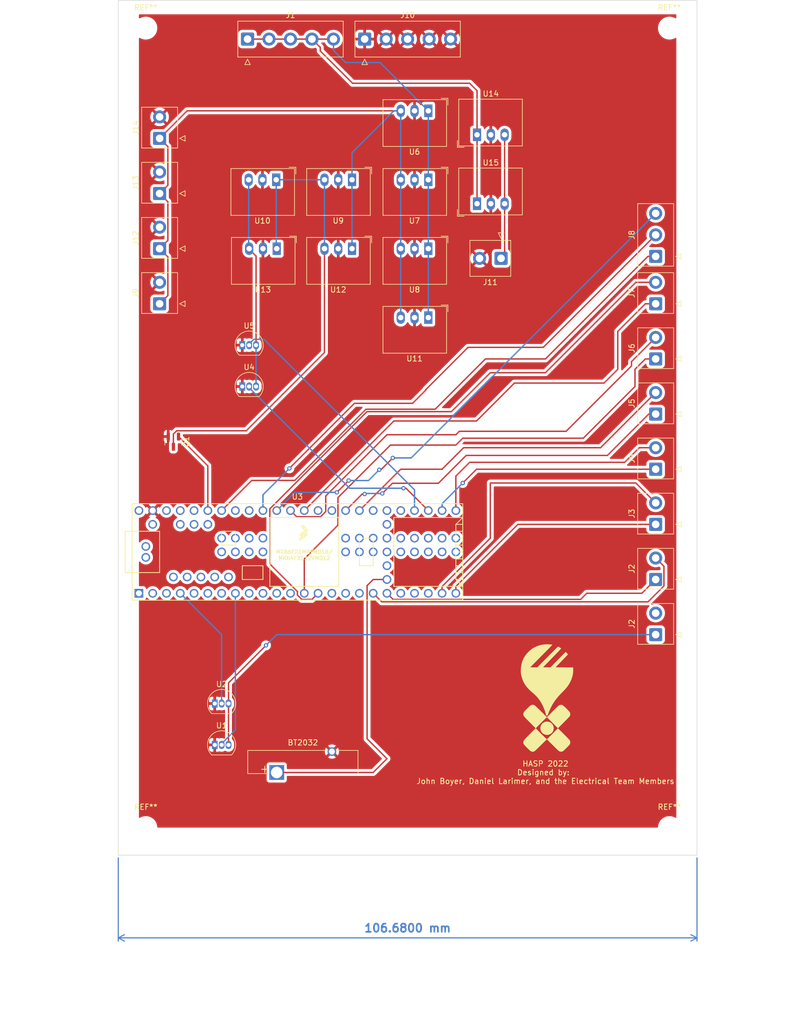
<source format=kicad_pcb>
(kicad_pcb (version 20211014) (generator pcbnew)
  (layers (0 "F.Cu" signal) (31 "B.Cu" signal) (34 "B.Paste" user) (35 "F.Paste" user) (36 "B.SilkS" user "B.Silkscreen") (37 "F.SilkS" user "F.Silkscreen") (38 "B.Mask" user) (39 "F.Mask" user) (44 "Edge.Cuts" user))
  (net 0 "")
  (net 1 "Net-(Q1-Pad1)")
  (net 2 "+5V")
  (net 3 "GND")
  (net 4 "Net-(U1-Pad2)")
  (net 5 "+3V3")
  (net 6 "Net-(U2-Pad2)")
  (net 7 "Net-(U3-Pad33)")
  (net 8 "Net-(J6-Pad1)")
  (net 9 "+12V")
  (net 25 "Net-(BT2032-Pad1)")
  (net 49 "Net-(J2-Pad1)")
  (net 50 "Net-(J2-Pad2)")
  (net 51 "Net-(J3-Pad1)")
  (net 52 "Net-(J3-Pad2)")
  (net 53 "Net-(J4-Pad1)")
  (net 54 "Net-(J4-Pad2)")
  (net 55 "Net-(J5-Pad1)")
  (net 56 "Net-(J5-Pad2)")
  (net 57 "Net-(J6-Pad2)")
  (net 58 "Net-(J7-Pad1)")
  (net 59 "Net-(J7-Pad2)")
  (net 60 "Net-(J8-Pad1)")
  (net 61 "Net-(J8-Pad2)")
  (net 62 "Net-(J8-Pad3)")
  (net 63 "+VDC")
  (net 64 "Net-(U3-Pad32)")
  (net 65 "Net-(J11-Pad1)")
  (footprint "Connector_TE-Connectivity:TE_826576-2_1x02_P3.96mm_Vertical" (layer "F.Cu") (at 103.58 65.2875 180)
    (fp_text reference "J11" (at 1.98 -4.4) (layer "F.SilkS"))
    (fp_text value "Cam 4 Con")
    (pad "1" thru_hole roundrect (at 0 0 180) (size 2.4 2.4) (drill 1.4) (layers *.Cu *.Mask) (roundrect_rratio 0.1041670833) (net 65 "Net-(J11-Pad1)"))
    (pad "2" thru_hole circle (at 3.96 0 180) (size 2.4 2.4) (drill 1.4) (layers *.Cu *.Mask) (net 3 "GND"))
  )
  (footprint "Teensy:Teensy35_36_All_Pins" (layer "F.Cu") (at 66.04 119.38)
    (fp_text reference "U3" (at 0 -10.16) (layer "F.SilkS"))
    (fp_text value "Teensy3.6")
    (fp_text user "MK64FX512VMD12" (at 1.27 1.143) (layer "F.SilkS") (effects (font (size 0.7 0.7))))
    (fp_text user "MK66FX1MBVMD18/" (at 1.27 0) (layer "F.SilkS") (effects (font (size 0.7 0.7))))
    (pad "1" thru_hole rect (at -29.21 7.62) (size 1.6 1.6) (drill 1.1) (layers *.Cu *.Mask) (net 3 "GND"))
    (pad "2" thru_hole circle (at -26.67 7.62) (size 1.6 1.6) (drill 1.1) (layers *.Cu *.Mask))
    (pad "3" thru_hole circle (at -24.13 7.62) (size 1.6 1.6) (drill 1.1) (layers *.Cu *.Mask))
    (pad "4" thru_hole circle (at -21.59 7.62) (size 1.6 1.6) (drill 1.1) (layers *.Cu *.Mask) (net 6 "Net-(U2-Pad2)"))
    (pad "5" thru_hole circle (at -19.05 7.62) (size 1.6 1.6) (drill 1.1) (layers *.Cu *.Mask))
    (pad "6" thru_hole circle (at -16.51 7.62) (size 1.6 1.6) (drill 1.1) (layers *.Cu *.Mask))
    (pad "7" thru_hole circle (at -13.97 7.62) (size 1.6 1.6) (drill 1.1) (layers *.Cu *.Mask))
    (pad "8" thru_hole circle (at -11.43 7.62) (size 1.6 1.6) (drill 1.1) (layers *.Cu *.Mask) (net 4 "Net-(U1-Pad2)"))
    (pad "9" thru_hole circle (at -8.89 7.62) (size 1.6 1.6) (drill 1.1) (layers *.Cu *.Mask))
    (pad "10" thru_hole circle (at -6.35 7.62) (size 1.6 1.6) (drill 1.1) (layers *.Cu *.Mask))
    (pad "11" thru_hole circle (at -3.81 7.62) (size 1.6 1.6) (drill 1.1) (layers *.Cu *.Mask))
    (pad "12" thru_hole circle (at -1.27 7.62) (size 1.6 1.6) (drill 1.1) (layers *.Cu *.Mask))
    (pad "13" thru_hole circle (at 1.27 7.62) (size 1.6 1.6) (drill 1.1) (layers *.Cu *.Mask) (net 8 "Net-(J6-Pad1)"))
    (pad "14" thru_hole circle (at 3.81 7.62) (size 1.6 1.6) (drill 1.1) (layers *.Cu *.Mask) (net 59 "Net-(J7-Pad2)"))
    (pad "15" thru_hole circle (at 6.35 7.62) (size 1.6 1.6) (drill 1.1) (layers *.Cu *.Mask))
    (pad "16" thru_hole circle (at 8.89 7.62) (size 1.6 1.6) (drill 1.1) (layers *.Cu *.Mask))
    (pad "17" thru_hole circle (at 11.43 7.62) (size 1.6 1.6) (drill 1.1) (layers *.Cu *.Mask))
    (pad "18" thru_hole circle (at 13.97 7.62) (size 1.6 1.6) (drill 1.1) (layers *.Cu *.Mask) (net 50 "Net-(J2-Pad2)"))
    (pad "19" thru_hole circle (at 16.51 7.62) (size 1.6 1.6) (drill 1.1) (layers *.Cu *.Mask) (net 49 "Net-(J2-Pad1)"))
    (pad "20" thru_hole circle (at 19.05 7.62) (size 1.6 1.6) (drill 1.1) (layers *.Cu *.Mask))
    (pad "21" thru_hole circle (at 21.59 7.62) (size 1.6 1.6) (drill 1.1) (layers *.Cu *.Mask))
    (pad "22" thru_hole circle (at 24.13 7.62) (size 1.6 1.6) (drill 1.1) (layers *.Cu *.Mask))
    (pad "23" thru_hole circle (at 26.67 7.62) (size 1.6 1.6) (drill 1.1) (layers *.Cu *.Mask) (net 52 "Net-(J3-Pad2)"))
    (pad "24" thru_hole circle (at 29.21 7.62) (size 1.6 1.6) (drill 1.1) (layers *.Cu *.Mask) (net 51 "Net-(J3-Pad1)"))
    (pad "25" thru_hole circle (at 16.51 5.08) (size 1.6 1.6) (drill 1.1) (layers *.Cu *.Mask) (net 25 "Net-(BT2032-Pad1)"))
    (pad "26" thru_hole circle (at 16.51 2.54) (size 1.6 1.6) (drill 1.1) (layers *.Cu *.Mask))
    (pad "27" thru_hole circle (at 16.51 0) (size 1.6 1.6) (drill 1.1) (layers *.Cu *.Mask))
    (pad "28" thru_hole circle (at 16.51 -2.54) (size 1.6 1.6) (drill 1.1) (layers *.Cu *.Mask))
    (pad "29" thru_hole circle (at 16.51 -5.08) (size 1.6 1.6) (drill 1.1) (layers *.Cu *.Mask))
    (pad "30" thru_hole circle (at 29.21 -7.62) (size 1.6 1.6) (drill 1.1) (layers *.Cu *.Mask) (net 54 "Net-(J4-Pad2)"))
    (pad "31" thru_hole circle (at 26.67 -7.62) (size 1.6 1.6) (drill 1.1) (layers *.Cu *.Mask) (net 53 "Net-(J4-Pad1)"))
    (pad "32" thru_hole circle (at 24.13 -7.62) (size 1.6 1.6) (drill 1.1) (layers *.Cu *.Mask) (net 64 "Net-(U3-Pad32)"))
    (pad "33" thru_hole circle (at 21.59 -7.62) (size 1.6 1.6) (drill 1.1) (layers *.Cu *.Mask) (net 7 "Net-(U3-Pad33)"))
    (pad "34" thru_hole circle (at 19.05 -7.62) (size 1.6 1.6) (drill 1.1) (layers *.Cu *.Mask))
    (pad "35" thru_hole circle (at 16.51 -7.62) (size 1.6 1.6) (drill 1.1) (layers *.Cu *.Mask))
    (pad "36" thru_hole circle (at 13.97 -7.62) (size 1.6 1.6) (drill 1.1) (layers *.Cu *.Mask))
    (pad "37" thru_hole circle (at 11.43 -7.62) (size 1.6 1.6) (drill 1.1) (layers *.Cu *.Mask) (net 56 "Net-(J5-Pad2)"))
    (pad "38" thru_hole circle (at 8.89 -7.62) (size 1.6 1.6) (drill 1.1) (layers *.Cu *.Mask) (net 55 "Net-(J5-Pad1)"))
    (pad "39" thru_hole circle (at 6.35 -7.62) (size 1.6 1.6) (drill 1.1) (layers *.Cu *.Mask))
    (pad "40" thru_hole circle (at 3.81 -7.62) (size 1.6 1.6) (drill 1.1) (layers *.Cu *.Mask))
    (pad "41" thru_hole circle (at 1.27 -7.62) (size 1.6 1.6) (drill 1.1) (layers *.Cu *.Mask) (net 58 "Net-(J7-Pad1)"))
    (pad "42" thru_hole circle (at -1.27 -7.62) (size 1.6 1.6) (drill 1.1) (layers *.Cu *.Mask) (net 57 "Net-(J6-Pad2)"))
    (pad "43" thru_hole circle (at -3.81 -7.62) (size 1.6 1.6) (drill 1.1) (layers *.Cu *.Mask) (net 62 "Net-(J8-Pad3)"))
    (pad "44" thru_hole circle (at -6.35 -7.62) (size 1.6 1.6) (drill 1.1) (layers *.Cu *.Mask) (net 61 "Net-(J8-Pad2)"))
    (pad "45" thru_hole circle (at -8.89 -7.62) (size 1.6 1.6) (drill 1.1) (layers *.Cu *.Mask))
    (pad "46" thru_hole circle (at -11.43 -7.62) (size 1.6 1.6) (drill 1.1) (layers *.Cu *.Mask))
    (pad "47" thru_hole circle (at -13.97 -7.62) (size 1.6 1.6) (drill 1.1) (layers *.Cu *.Mask) (net 60 "Net-(J8-Pad1)"))
    (pad "48" thru_hole circle (at -16.51 -7.62) (size 1.6 1.6) (drill 1.1) (layers *.Cu *.Mask) (net 1 "Net-(Q1-Pad1)"))
    (pad "49" thru_hole circle (at -19.05 -7.62) (size 1.6 1.6) (drill 1.1) (layers *.Cu *.Mask))
    (pad "50" thru_hole circle (at -21.59 -7.62) (size 1.6 1.6) (drill 1.1) (layers *.Cu *.Mask))
    (pad "51" thru_hole circle (at -24.13 -7.62) (size 1.6 1.6) (drill 1.1) (layers *.Cu *.Mask))
    (pad "52" thru_hole circle (at -26.67 -7.62) (size 1.6 1.6) (drill 1.1) (layers *.Cu *.Mask) (net 3 "GND"))
    (pad "53" thru_hole circle (at -29.21 -7.62) (size 1.6 1.6) (drill 1.1) (layers *.Cu *.Mask) (net 2 "+5V"))
    (pad "54" thru_hole circle (at -26.67 -5.08) (size 1.6 1.6) (drill 1.1) (layers *.Cu *.Mask))
    (pad "55" thru_hole circle (at -21.59 -5.08) (size 1.6 1.6) (drill 1.1) (layers *.Cu *.Mask))
    (pad "56" thru_hole circle (at -19.05 -5.08) (size 1.6 1.6) (drill 1.1) (layers *.Cu *.Mask))
    (pad "57" thru_hole circle (at -16.51 -5.08) (size 1.6 1.6) (drill 1.1) (layers *.Cu *.Mask))
    (pad "58" thru_hole circle (at -22.86 4.62) (size 1.6 1.6) (drill 1.1) (layers *.Cu *.Mask))
    (pad "59" thru_hole circle (at -20.32 4.62) (size 1.6 1.6) (drill 1.1) (layers *.Cu *.Mask))
    (pad "60" thru_hole circle (at -17.78 4.62) (size 1.6 1.6) (drill 1.1) (layers *.Cu *.Mask))
    (pad "61" thru_hole circle (at -15.24 4.62) (size 1.6 1.6) (drill 1.1) (layers *.Cu *.Mask))
    (pad "62" thru_hole circle (at -12.7 4.62) (size 1.6 1.6) (drill 1.1) (layers *.Cu *.Mask))
    (pad "63" thru_hole circle (at -13.97 0) (size 1.6 1.6) (drill 1.1) (layers *.Cu *.Mask))
    (pad "64" thru_hole circle (at -11.43 0) (size 1.6 1.6) (drill 1.1) (layers *.Cu *.Mask))
    (pad "65" thru_hole circle (at -8.89 0) (size 1.6 1.6) (drill 1.1) (layers *.Cu *.Mask))
    (pad "66" thru_hole circle (at -6.35 0) (size 1.6 1.6) (drill 1.1) (layers *.Cu *.Mask))
    (pad "67" thru_hole circle (at 8.89 0) (size 1.6 1.6) (drill 1.1) (layers *.Cu *.Mask))
    (pad "68" thru_hole circle (at 11.43 0) (size 1.6 1.6) (drill 1.1) (layers *.Cu *.Mask))
    (pad "69" thru_hole circle (at 13.97 0) (size 1.6 1.6) (drill 1.1) (layers *.Cu *.Mask))
    (pad "70" thru_hole circle (at 19.05 0) (size 1.6 1.6) (drill 1.1) (layers *.Cu *.Mask))
    (pad "71" thru_hole circle (at 21.59 0) (size 1.6 1.6) (drill 1.1) (layers *.Cu *.Mask))
    (pad "72" thru_hole circle (at 24.13 0) (size 1.6 1.6) (drill 1.1) (layers *.Cu *.Mask))
    (pad "73" thru_hole circle (at 26.67 0) (size 1.6 1.6) (drill 1.1) (layers *.Cu *.Mask))
    (pad "74" thru_hole circle (at 29.21 0) (size 1.6 1.6) (drill 1.1) (layers *.Cu *.Mask))
    (pad "75" thru_hole circle (at 29.21 -2.54) (size 1.6 1.6) (drill 1.1) (layers *.Cu *.Mask))
    (pad "76" thru_hole circle (at 26.67 -2.54) (size 1.6 1.6) (drill 1.1) (layers *.Cu *.Mask))
    (pad "77" thru_hole circle (at 24.13 -2.54) (size 1.6 1.6) (drill 1.1) (layers *.Cu *.Mask))
    (pad "78" thru_hole circle (at 21.59 -2.54) (size 1.6 1.6) (drill 1.1) (layers *.Cu *.Mask))
    (pad "79" thru_hole circle (at 19.05 -2.54) (size 1.6 1.6) (drill 1.1) (layers *.Cu *.Mask))
    (pad "80" thru_hole circle (at 13.97 -2.54) (size 1.6 1.6) (drill 1.1) (layers *.Cu *.Mask))
    (pad "81" thru_hole circle (at 11.43 -2.54) (size 1.6 1.6) (drill 1.1) (layers *.Cu *.Mask))
    (pad "82" thru_hole circle (at 8.89 -2.54) (size 1.6 1.6) (drill 1.1) (layers *.Cu *.Mask))
    (pad "83" thru_hole circle (at -6.35 -2.54) (size 1.6 1.6) (drill 1.1) (layers *.Cu *.Mask))
    (pad "84" thru_hole circle (at -8.89 -2.54) (size 1.6 1.6) (drill 1.1) (layers *.Cu *.Mask))
    (pad "85" thru_hole circle (at -11.43 -2.54) (size 1.6 1.6) (drill 1.1) (layers *.Cu *.Mask))
    (pad "86" thru_hole circle (at -13.97 -2.54) (size 1.6 1.6) (drill 1.1) (layers *.Cu *.Mask))
    (pad "87" thru_hole circle (at -27.94 -1.01) (size 1.6 1.6) (drill 1.1) (layers *.Cu *.Mask))
    (pad "88" thru_hole circle (at -27.94 1.01) (size 1.6 1.6) (drill 1.1) (layers *.Cu *.Mask))
  )
  (footprint "Connector_TE-Connectivity:TE_826576-2_1x02_P3.96mm_Vertical" (layer "F.Cu") (at 40.64 73.66 90)
    (fp_text reference "J9" (at 1.98 -4.4 90) (layer "F.SilkS"))
    (fp_text value "cam 1 Con")
    (pad "1" thru_hole roundrect (at 0 0 90) (size 2.4 2.4) (drill 1.4) (layers *.Cu *.Mask) (roundrect_rratio 0.1041670833) (net 9 "+12V"))
    (pad "2" thru_hole circle (at 3.96 0 90) (size 2.4 2.4) (drill 1.4) (layers *.Cu *.Mask) (net 3 "GND"))
  )
  (footprint "Connector_TE-Connectivity:TE_826576-2_1x02_P3.96mm_Vertical" (layer "F.Cu") (at 40.64 43.18 90)
    (fp_text reference "J14" (at 1.98 -4.4 90) (layer "F.SilkS"))
    (fp_text value "Cam 4 Con")
    (pad "1" thru_hole roundrect (at 0 0 90) (size 2.4 2.4) (drill 1.4) (layers *.Cu *.Mask) (roundrect_rratio 0.1041670833) (net 9 "+12V"))
    (pad "2" thru_hole circle (at 3.96 0 90) (size 2.4 2.4) (drill 1.4) (layers *.Cu *.Mask) (net 3 "GND"))
  )
  (footprint "Connector_TE-Connectivity:TE_826576-2_1x02_P3.96mm_Vertical" (layer "F.Cu") (at 40.64 63.5 90)
    (fp_text reference "J12" (at 1.98 -4.4 90) (layer "F.SilkS"))
    (fp_text value "Cam 2 Con")
    (pad "1" thru_hole roundrect (at 0 0 90) (size 2.4 2.4) (drill 1.4) (layers *.Cu *.Mask) (roundrect_rratio 0.1041670833) (net 9 "+12V"))
    (pad "2" thru_hole circle (at 3.96 0 90) (size 2.4 2.4) (drill 1.4) (layers *.Cu *.Mask) (net 3 "GND"))
  )
  (footprint "Package_TO_SOT_THT:TO-92_Inline" (layer "F.Cu") (at 50.8 147.32)
    (fp_text reference "U2" (at 1.27 -3.56) (layer "F.SilkS"))
    (fp_text value "DS18B20")
    (pad "1" thru_hole rect (at 0 0) (size 1.05 1.5) (drill 0.75) (layers *.Cu *.Mask) (net 3 "GND"))
    (pad "2" thru_hole oval (at 1.27 0) (size 1.05 1.5) (drill 0.75) (layers *.Cu *.Mask) (net 6 "Net-(U2-Pad2)"))
    (pad "3" thru_hole oval (at 2.54 0) (size 1.05 1.5) (drill 0.75) (layers *.Cu *.Mask) (net 5 "+3V3"))
  )
  (footprint "MountingHole:MountingHole_3.2mm_M3_DIN965" (layer "F.Cu") (at 134.62 22.86)
    (fp_text reference "REF**" (at 0 -3.8) (layer "F.SilkS"))
    (fp_text value "MountingHole_3.2mm_M3_DIN965")
    (pad "" np_thru_hole circle (at 0 0) (size 3.2 3.2) (drill 3.2) (layers *.Cu *.Mask))
  )
  (footprint "Connector_TE-Connectivity:TE_826576-2_1x02_P3.96mm_Vertical" (layer "F.Cu") (at 132.08 134.62 90)
    (fp_text reference "J2" (at 1.98 -4.4 90) (layer "F.SilkS"))
    (fp_text value "Conn_01x02")
    (pad "1" thru_hole roundrect (at 0 0 90) (size 2.4 2.4) (drill 1.4) (layers *.Cu *.Mask) (roundrect_rratio 0.1041670833) (net 5 "+3V3"))
    (pad "2" thru_hole circle (at 3.96 0 90) (size 2.4 2.4) (drill 1.4) (layers *.Cu *.Mask) (net 2 "+5V"))
  )
  (footprint "Connector_TE-Connectivity:TE_826576-2_1x02_P3.96mm_Vertical" (layer "F.Cu") (at 132.08 114.3 90)
    (fp_text reference "J3" (at 1.98 -4.4 90) (layer "F.SilkS"))
    (fp_text value "Conn_01x02")
    (pad "1" thru_hole roundrect (at 0 0 90) (size 2.4 2.4) (drill 1.4) (layers *.Cu *.Mask) (roundrect_rratio 0.1041670833) (net 51 "Net-(J3-Pad1)"))
    (pad "2" thru_hole circle (at 3.96 0 90) (size 2.4 2.4) (drill 1.4) (layers *.Cu *.Mask) (net 52 "Net-(J3-Pad2)"))
  )
  (footprint "MountingHole:MountingHole_3.2mm_M3_DIN965" (layer "F.Cu") (at 38.1 170.18)
    (fp_text reference "REF**" (at 0 -3.8) (layer "F.SilkS"))
    (fp_text value "MountingHole_3.2mm_M3_DIN965")
    (pad "" np_thru_hole circle (at 0 0) (size 3.2 3.2) (drill 3.2) (layers *.Cu *.Mask))
  )
  (footprint "Connector_TE-Connectivity:TE_826576-2_1x02_P3.96mm_Vertical" (layer "F.Cu") (at 40.64 53.34 90)
    (fp_text reference "J13" (at 1.98 -4.4 90) (layer "F.SilkS"))
    (fp_text value "Cam 3 Con")
    (pad "1" thru_hole roundrect (at 0 0 90) (size 2.4 2.4) (drill 1.4) (layers *.Cu *.Mask) (roundrect_rratio 0.1041670833) (net 9 "+12V"))
    (pad "2" thru_hole circle (at 3.96 0 90) (size 2.4 2.4) (drill 1.4) (layers *.Cu *.Mask) (net 3 "GND"))
  )
  (footprint "Connector_TE-Connectivity:TE_826576-2_1x02_P3.96mm_Vertical" (layer "F.Cu") (at 132.08 93.98 90)
    (fp_text reference "J5" (at 1.98 -4.4 90) (layer "F.SilkS"))
    (fp_text value "Conn_01x02")
    (pad "1" thru_hole roundrect (at 0 0 90) (size 2.4 2.4) (drill 1.4) (layers *.Cu *.Mask) (roundrect_rratio 0.1041670833) (net 55 "Net-(J5-Pad1)"))
    (pad "2" thru_hole circle (at 3.96 0 90) (size 2.4 2.4) (drill 1.4) (layers *.Cu *.Mask) (net 56 "Net-(J5-Pad2)"))
  )
  (footprint "Connector_TE-Connectivity:TE_826576-5_1x05_P3.96mm_Vertical" (layer "F.Cu") (at 78.44 24.8825)
    (fp_text reference "J10" (at 7.92 -4.4) (layer "F.SilkS"))
    (fp_text value "Conn_01x05")
    (pad "1" thru_hole roundrect (at 0 0) (size 2.4 2.4) (drill 1.4) (layers *.Cu *.Mask) (roundrect_rratio 0.1041670833) (net 3 "GND"))
    (pad "2" thru_hole circle (at 3.96 0) (size 2.4 2.4) (drill 1.4) (layers *.Cu *.Mask) (net 3 "GND"))
    (pad "3" thru_hole circle (at 7.92 0) (size 2.4 2.4) (drill 1.4) (layers *.Cu *.Mask) (net 3 "GND"))
    (pad "4" thru_hole circle (at 11.88 0) (size 2.4 2.4) (drill 1.4) (layers *.Cu *.Mask) (net 3 "GND"))
    (pad "5" thru_hole circle (at 15.84 0) (size 2.4 2.4) (drill 1.4) (layers *.Cu *.Mask) (net 3 "GND"))
  )
  (footprint "Converter_DCDC:Converter_DCDC_RECOM_R-78E-0.5_THT" (layer "F.Cu") (at 99.153 42.515)
    (fp_text reference "U14" (at 2.54 -7.56) (layer "F.SilkS"))
    (fp_text value "R-78C5.0-1.0")
    (pad "1" thru_hole rect (at 0 0) (size 1.5 2.3) (drill 1) (layers *.Cu *.Mask) (net 63 "+VDC"))
    (pad "2" thru_hole oval (at 2.54 0) (size 1.5 2.3) (drill 1) (layers *.Cu *.Mask) (net 3 "GND"))
    (pad "3" thru_hole oval (at 5.08 0) (size 1.5 2.3) (drill 1) (layers *.Cu *.Mask) (net 65 "Net-(J11-Pad1)"))
  )
  (footprint "HASP 2022 KICAD" (layer "F.Cu") (at 111.76 146.05)
    (fp_text reference " " (at 0 0) (layer "F.SilkS") (effects (font (size 1.524 1.524) (thickness 0.3))))
    (fp_text value "LOGO" hide)
  )
  (footprint "Converter_DCDC:Converter_DCDC_RECOM_R-78E-0.5_THT" (layer "F.Cu") (at 90.17 38.1 180)
    (fp_text reference "U6" (at 2.54 -7.56) (layer "F.SilkS"))
    (fp_text value "R-78E12-0.5")
    (pad "1" thru_hole rect (at 0 0 180) (size 1.5 2.3) (drill 1) (layers *.Cu *.Mask) (net 63 "+VDC"))
    (pad "2" thru_hole oval (at 2.54 0 180) (size 1.5 2.3) (drill 1) (layers *.Cu *.Mask) (net 3 "GND"))
    (pad "3" thru_hole oval (at 5.08 0 180) (size 1.5 2.3) (drill 1) (layers *.Cu *.Mask) (net 9 "+12V"))
  )
  (footprint "Converter_DCDC:Converter_DCDC_RECOM_R-78E-0.5_THT" (layer "F.Cu") (at 62.23 63.5 180)
    (fp_text reference "U13" (at 2.54 -7.56) (layer "F.SilkS"))
    (fp_text value "R-78E3.3-1.0")
    (pad "1" thru_hole rect (at 0 0 180) (size 1.5 2.3) (drill 1) (layers *.Cu *.Mask) (net 2 "+5V"))
    (pad "2" thru_hole oval (at 2.54 0 180) (size 1.5 2.3) (drill 1) (layers *.Cu *.Mask) (net 3 "GND"))
    (pad "3" thru_hole oval (at 5.08 0 180) (size 1.5 2.3) (drill 1) (layers *.Cu *.Mask) (net 5 "+3V3"))
  )
  (footprint "Connector_TE-Connectivity:TE_826576-3_1x03_P3.96mm_Vertical" (layer "F.Cu") (at 132.08 64.92 90)
    (fp_text reference "J8" (at 3.96 -4.4 90) (layer "F.SilkS"))
    (fp_text value "Conn_01x03")
    (pad "1" thru_hole roundrect (at 0 0 90) (size 2.4 2.4) (drill 1.4) (layers *.Cu *.Mask) (roundrect_rratio 0.1041670833) (net 60 "Net-(J8-Pad1)"))
    (pad "2" thru_hole circle (at 3.96 0 90) (size 2.4 2.4) (drill 1.4) (layers *.Cu *.Mask) (net 61 "Net-(J8-Pad2)"))
    (pad "3" thru_hole circle (at 7.92 0 90) (size 2.4 2.4) (drill 1.4) (layers *.Cu *.Mask) (net 62 "Net-(J8-Pad3)"))
  )
  (footprint "Connector_TE-Connectivity:TE_826576-2_1x02_P3.96mm_Vertical" (layer "F.Cu") (at 132.08 104.14 90)
    (fp_text reference "J4" (at 1.98 -4.4 90) (layer "F.SilkS"))
    (fp_text value "Conn_01x02")
    (pad "1" thru_hole roundrect (at 0 0 90) (size 2.4 2.4) (drill 1.4) (layers *.Cu *.Mask) (roundrect_rratio 0.1041670833) (net 53 "Net-(J4-Pad1)"))
    (pad "2" thru_hole circle (at 3.96 0 90) (size 2.4 2.4) (drill 1.4) (layers *.Cu *.Mask) (net 54 "Net-(J4-Pad2)"))
  )
  (footprint "Connector_TE-Connectivity:TE_826576-5_1x05_P3.96mm_Vertical" (layer "F.Cu") (at 56.85 24.8825)
    (fp_text reference "J1" (at 7.92 -4.4) (layer "F.SilkS"))
    (fp_text value "Conn_01x05")
    (pad "1" thru_hole roundrect (at 0 0) (size 2.4 2.4) (drill 1.4) (layers *.Cu *.Mask) (roundrect_rratio 0.1041670833) (net 63 "+VDC"))
    (pad "2" thru_hole circle (at 3.96 0) (size 2.4 2.4) (drill 1.4) (layers *.Cu *.Mask) (net 63 "+VDC"))
    (pad "3" thru_hole circle (at 7.92 0) (size 2.4 2.4) (drill 1.4) (layers *.Cu *.Mask) (net 63 "+VDC"))
    (pad "4" thru_hole circle (at 11.88 0) (size 2.4 2.4) (drill 1.4) (layers *.Cu *.Mask) (net 63 "+VDC"))
    (pad "5" thru_hole circle (at 15.84 0) (size 2.4 2.4) (drill 1.4) (layers *.Cu *.Mask) (net 63 "+VDC"))
  )
  (footprint "MountingHole:MountingHole_3.2mm_M3_DIN965" (layer "F.Cu") (at 134.62 170.18)
    (fp_text reference "REF**" (at 0 -3.8) (layer "F.SilkS"))
    (fp_text value "MountingHole_3.2mm_M3_DIN965")
    (pad "" np_thru_hole circle (at 0 0) (size 3.2 3.2) (drill 3.2) (layers *.Cu *.Mask))
  )
  (footprint "Package_TO_SOT_SMD:SOT-23" (layer "F.Cu") (at 43.18 99.06 -90)
    (fp_text reference "Q1" (at 0 -2.4 90) (layer "F.SilkS"))
    (fp_text value "BC818")
    (pad "1" smd roundrect (at -0.9375 -0.95 270) (size 1.475 0.6) (layers "F.Cu" "F.Paste" "F.Mask") (net 1 "Net-(Q1-Pad1)"))
    (pad "2" smd roundrect (at -0.9375 0.95 270) (size 1.475 0.6) (layers "F.Cu" "F.Paste" "F.Mask") (net 3 "GND"))
    (pad "3" smd roundrect (at 0.9375 0 270) (size 1.475 0.6) (layers "F.Cu" "F.Paste" "F.Mask") (net 2 "+5V"))
  )
  (footprint "Package_TO_SOT_THT:TO-92_Inline" (layer "F.Cu") (at 55.88 88.9)
    (fp_text reference "U4" (at 1.27 -3.56) (layer "F.SilkS"))
    (fp_text value "DS18B20")
    (pad "1" thru_hole rect (at 0 0) (size 1.05 1.5) (drill 0.75) (layers *.Cu *.Mask) (net 3 "GND"))
    (pad "2" thru_hole oval (at 1.27 0) (size 1.05 1.5) (drill 0.75) (layers *.Cu *.Mask) (net 64 "Net-(U3-Pad32)"))
    (pad "3" thru_hole oval (at 2.54 0) (size 1.05 1.5) (drill 0.75) (layers *.Cu *.Mask) (net 5 "+3V3"))
  )
  (footprint "Converter_DCDC:Converter_DCDC_RECOM_R-78E-0.5_THT" (layer "F.Cu") (at 90.17 50.8 180)
    (fp_text reference "U7" (at 2.54 -7.56) (layer "F.SilkS"))
    (fp_text value "R-78E12-0.5")
    (pad "1" thru_hole rect (at 0 0 180) (size 1.5 2.3) (drill 1) (layers *.Cu *.Mask) (net 63 "+VDC"))
    (pad "2" thru_hole oval (at 2.54 0 180) (size 1.5 2.3) (drill 1) (layers *.Cu *.Mask) (net 3 "GND"))
    (pad "3" thru_hole oval (at 5.08 0 180) (size 1.5 2.3) (drill 1) (layers *.Cu *.Mask) (net 9 "+12V"))
  )
  (footprint "Converter_DCDC:Converter_DCDC_RECOM_R-78E-0.5_THT" (layer "F.Cu") (at 90.17 63.5 180)
    (fp_text reference "U8" (at 2.54 -7.56) (layer "F.SilkS"))
    (fp_text value "R-78E12-0.5")
    (pad "1" thru_hole rect (at 0 0 180) (size 1.5 2.3) (drill 1) (layers *.Cu *.Mask) (net 63 "+VDC"))
    (pad "2" thru_hole oval (at 2.54 0 180) (size 1.5 2.3) (drill 1) (layers *.Cu *.Mask) (net 3 "GND"))
    (pad "3" thru_hole oval (at 5.08 0 180) (size 1.5 2.3) (drill 1) (layers *.Cu *.Mask) (net 9 "+12V"))
  )
  (footprint "Connector_TE-Connectivity:TE_826576-2_1x02_P3.96mm_Vertical" (layer "F.Cu") (at 132.08 83.82 90)
    (fp_text reference "J6" (at 1.98 -4.4 90) (layer "F.SilkS"))
    (fp_text value "Conn_01x02")
    (pad "1" thru_hole roundrect (at 0 0 90) (size 2.4 2.4) (drill 1.4) (layers *.Cu *.Mask) (roundrect_rratio 0.1041670833) (net 8 "Net-(J6-Pad1)"))
    (pad "2" thru_hole circle (at 3.96 0 90) (size 2.4 2.4) (drill 1.4) (layers *.Cu *.Mask) (net 57 "Net-(J6-Pad2)"))
  )
  (footprint "Converter_DCDC:Converter_DCDC_RECOM_R-78E-0.5_THT" (layer "F.Cu") (at 99.153 55.215)
    (fp_text reference "U15" (at 2.54 -7.56) (layer "F.SilkS"))
    (fp_text value "R-78C5.0-1.0")
    (pad "1" thru_hole rect (at 0 0) (size 1.5 2.3) (drill 1) (layers *.Cu *.Mask) (net 63 "+VDC"))
    (pad "2" thru_hole oval (at 2.54 0) (size 1.5 2.3) (drill 1) (layers *.Cu *.Mask) (net 3 "GND"))
    (pad "3" thru_hole oval (at 5.08 0) (size 1.5 2.3) (drill 1) (layers *.Cu *.Mask) (net 65 "Net-(J11-Pad1)"))
  )
  (footprint "Connector_TE-Connectivity:TE_826576-2_1x02_P3.96mm_Vertical" (layer "F.Cu") (at 132.08 124.46 90)
    (fp_text reference "J2" (at 1.98 -4.4 90) (layer "F.SilkS"))
    (fp_text value "Conn_01x02")
    (pad "1" thru_hole roundrect (at 0 0 90) (size 2.4 2.4) (drill 1.4) (layers *.Cu *.Mask) (roundrect_rratio 0.1041670833) (net 49 "Net-(J2-Pad1)"))
    (pad "2" thru_hole circle (at 3.96 0 90) (size 2.4 2.4) (drill 1.4) (layers *.Cu *.Mask) (net 50 "Net-(J2-Pad2)"))
  )
  (footprint "Converter_DCDC:Converter_DCDC_RECOM_R-78E-0.5_THT" (layer "F.Cu") (at 90.17 76.2 180)
    (fp_text reference "U11" (at 2.54 -7.56) (layer "F.SilkS"))
    (fp_text value "R-78E12-0.5")
    (pad "1" thru_hole rect (at 0 0 180) (size 1.5 2.3) (drill 1) (layers *.Cu *.Mask) (net 63 "+VDC"))
    (pad "2" thru_hole oval (at 2.54 0 180) (size 1.5 2.3) (drill 1) (layers *.Cu *.Mask) (net 3 "GND"))
    (pad "3" thru_hole oval (at 5.08 0 180) (size 1.5 2.3) (drill 1) (layers *.Cu *.Mask) (net 9 "+12V"))
  )
  (footprint "Converter_DCDC:Converter_DCDC_RECOM_R-78E-0.5_THT" (layer "F.Cu") (at 76.107 63.5 180)
    (fp_text reference "U12" (at 2.54 -7.56) (layer "F.SilkS"))
    (fp_text value "R-78C5.0-1.0")
    (pad "1" thru_hole rect (at 0 0 180) (size 1.5 2.3) (drill 1) (layers *.Cu *.Mask) (net 9 "+12V"))
    (pad "2" thru_hole oval (at 2.54 0 180) (size 1.5 2.3) (drill 1) (layers *.Cu *.Mask) (net 3 "GND"))
    (pad "3" thru_hole oval (at 5.08 0 180) (size 1.5 2.3) (drill 1) (layers *.Cu *.Mask) (net 2 "+5V"))
  )
  (footprint "MountingHole:MountingHole_3.2mm_M3_DIN965" (layer "F.Cu") (at 38.1 22.86)
    (fp_text reference "REF**" (at 0 -3.8) (layer "F.SilkS"))
    (fp_text value "MountingHole_3.2mm_M3_DIN965")
    (pad "" np_thru_hole circle (at 0 0) (size 3.2 3.2) (drill 3.2) (layers *.Cu *.Mask))
  )
  (footprint "Package_TO_SOT_THT:TO-92_Inline" (layer "F.Cu") (at 55.88 81.28)
    (fp_text reference "U5" (at 1.27 -3.56) (layer "F.SilkS"))
    (fp_text value "DS18B20")
    (pad "1" thru_hole rect (at 0 0) (size 1.05 1.5) (drill 0.75) (layers *.Cu *.Mask) (net 3 "GND"))
    (pad "2" thru_hole oval (at 1.27 0) (size 1.05 1.5) (drill 0.75) (layers *.Cu *.Mask) (net 7 "Net-(U3-Pad33)"))
    (pad "3" thru_hole oval (at 2.54 0) (size 1.05 1.5) (drill 0.75) (layers *.Cu *.Mask) (net 5 "+3V3"))
  )
  (footprint "Battery:Battery_Panasonic_CR2032-VS1N_Vertical_CircularHoles" (layer "F.Cu") (at 62.23 160.02)
    (fp_text reference "BT2032" (at 4.825 -5.5) (layer "F.SilkS"))
    (fp_text value "Battery_Cell")
    (fp_text user "+" (at -2.2 -0.7) (layer "F.SilkS") (effects (font (size 1.5 1.5))))
    (pad "1" thru_hole rect (at 0 0 90) (size 2.7 2.7) (drill 2.12) (layers *.Cu *.Mask) (net 25 "Net-(BT2032-Pad1)"))
    (pad "2" thru_hole circle (at 10.17 -3.85) (size 1.6 1.6) (drill 1.09) (layers *.Cu *.Mask) (net 3 "GND"))
  )
  (footprint "Package_TO_SOT_THT:TO-92_Inline" (layer "F.Cu") (at 50.8 154.94)
    (fp_text reference "U1" (at 1.27 -3.56) (layer "F.SilkS"))
    (fp_text value "DS18B20")
    (pad "1" thru_hole rect (at 0 0) (size 1.05 1.5) (drill 0.75) (layers *.Cu *.Mask) (net 3 "GND"))
    (pad "2" thru_hole oval (at 1.27 0) (size 1.05 1.5) (drill 0.75) (layers *.Cu *.Mask) (net 4 "Net-(U1-Pad2)"))
    (pad "3" thru_hole oval (at 2.54 0) (size 1.05 1.5) (drill 0.75) (layers *.Cu *.Mask) (net 5 "+3V3"))
  )
  (footprint "Connector_TE-Connectivity:TE_826576-2_1x02_P3.96mm_Vertical" (layer "F.Cu") (at 132.08 73.66 90)
    (fp_text reference "J7" (at 1.98 -4.4 90) (layer "F.SilkS"))
    (fp_text value "Conn_01x02")
    (pad "1" thru_hole roundrect (at 0 0 90) (size 2.4 2.4) (drill 1.4) (layers *.Cu *.Mask) (roundrect_rratio 0.1041670833) (net 58 "Net-(J7-Pad1)"))
    (pad "2" thru_hole circle (at 3.96 0 90) (size 2.4 2.4) (drill 1.4) (layers *.Cu *.Mask) (net 59 "Net-(J7-Pad2)"))
  )
  (footprint "Converter_DCDC:Converter_DCDC_RECOM_R-78E-0.5_THT" (layer "F.Cu") (at 62.137 50.8 180)
    (fp_text reference "U10" (at 2.54 -7.56) (layer "F.SilkS"))
    (fp_text value "R-78E3.3-1.0")
    (pad "1" thru_hole rect (at 0 0 180) (size 1.5 2.3) (drill 1) (layers *.Cu *.Mask) (net 2 "+5V"))
    (pad "2" thru_hole oval (at 2.54 0 180) (size 1.5 2.3) (drill 1) (layers *.Cu *.Mask) (net 3 "GND"))
    (pad "3" thru_hole oval (at 5.08 0 180) (size 1.5 2.3) (drill 1) (layers *.Cu *.Mask) (net 5 "+3V3"))
  )
  (footprint "Converter_DCDC:Converter_DCDC_RECOM_R-78E-0.5_THT" (layer "F.Cu") (at 76.107 50.8 180)
    (fp_text reference "U9" (at 2.54 -7.56) (layer "F.SilkS"))
    (fp_text value "R-78C5.0-1.0")
    (pad "1" thru_hole rect (at 0 0 180) (size 1.5 2.3) (drill 1) (layers *.Cu *.Mask) (net 9 "+12V"))
    (pad "2" thru_hole oval (at 2.54 0 180) (size 1.5 2.3) (drill 1) (layers *.Cu *.Mask) (net 3 "GND"))
    (pad "3" thru_hole oval (at 5.08 0 180) (size 1.5 2.3) (drill 1) (layers *.Cu *.Mask) (net 2 "+5V"))
  )
  (gr_rect (start 33.02 175.26) (end 139.7 17.78) (layer "Edge.Cuts") (width 0.1) (fill none))
  (gr_text "HASP 2022\nDesigned by: \nJohn Boyer, Daniel Larimer, and the Electrical Team Members" (at 111.76 160.02) (layer "F.SilkS") (effects (font (size 1 1))))
  (dimension (type aligned) (layer "B.Cu") (pts (xy 139.7 175.26) (xy 33.02 175.26)) (height -15.24) (gr_text "4200.0000 mils" (at 86.36 188.7) (layer "B.Cu") (effects (font (size 1.5 1.5) (thickness 0.3)))) (format (units 3) (units_format 1) (precision 4)) (style (thickness 0.2) (arrow_length 1.27) (text_position_mode 0) (extension_height 0.58642) (extension_offset 0.5) keep_text_aligned))
  (segment (start 49.53 111.76) (end 49.53 103.5225) (width 0.25) (layer "F.Cu") (net 1))
  (segment (start 49.53 103.5225) (end 44.13 98.1225) (width 0.25) (layer "F.Cu") (net 1))
  (segment (start 43.18 97.663928) (end 43.783448 97.06048) (width 0.25) (layer "F.Cu") (net 2))
  (segment (start 43.783448 97.06048) (end 56.60952 97.06048) (width 0.25) (layer "F.Cu") (net 2))
  (segment (start 56.60952 97.06048) (end 71.027 82.643) (width 0.25) (layer "F.Cu") (net 2))
  (segment (start 43.18 99.9975) (end 43.18 97.663928) (width 0.25) (layer "F.Cu") (net 2))
  (segment (start 71.027 82.643) (end 71.027 63.5) (width 0.25) (layer "F.Cu") (net 2))
  (segment (start 71.027 50.8) (end 62.137 50.8) (width 0.25) (layer "B.Cu") (net 2))
  (segment (start 71.027 63.5) (end 71.027 50.8) (width 0.25) (layer "B.Cu") (net 2))
  (segment (start 62.137 50.8) (end 62.137 63.5) (width 0.25) (layer "B.Cu") (net 2))
  (segment (start 50.8 147.32) (end 50.8 147.476402) (width 0.25) (layer "F.Cu") (net 3))
  (segment (start 52.07 154.94) (end 52.07 154.715) (width 0.25) (layer "B.Cu") (net 4))
  (segment (start 54.61 152.175) (end 54.61 127) (width 0.25) (layer "B.Cu") (net 4))
  (segment (start 52.07 154.715) (end 54.61 152.175) (width 0.25) (layer "B.Cu") (net 4))
  (segment (start 53.34 147.32) (end 53.34 143.51) (width 0.25) (layer "F.Cu") (net 5))
  (segment (start 58.42 81.28) (end 58.42 64.863) (width 0.25) (layer "F.Cu") (net 5))
  (segment (start 58.42 64.863) (end 57.057 63.5) (width 0.25) (layer "F.Cu") (net 5))
  (segment (start 53.34 147.32) (end 53.34 154.94) (width 0.25) (layer "F.Cu") (net 5))
  (segment (start 53.34 143.51) (end 60.2488 136.6012) (width 0.25) (layer "F.Cu") (net 5))
  (via (at 60.2488 136.6012) (size 0.8) (drill 0.4) (layers "F.Cu" "B.Cu") (net 5))
  (segment (start 58.42 88.9) (end 58.42 81.28) (width 0.25) (layer "B.Cu") (net 5))
  (segment (start 57.057 63.5) (end 57.057 50.8) (width 0.25) (layer "B.Cu") (net 5))
  (segment (start 60.2488 136.6012) (end 62.23 134.62) (width 0.25) (layer "B.Cu") (net 5))
  (segment (start 62.23 134.62) (end 132.08 134.62) (width 0.25) (layer "B.Cu") (net 5))
  (segment (start 52.07 147.32) (end 52.07 134.62) (width 0.25) (layer "B.Cu") (net 6))
  (segment (start 52.07 134.62) (end 44.45 127) (width 0.25) (layer "B.Cu") (net 6))
  (segment (start 57.99952 80.20548) (end 59.88548 80.20548) (width 0.25) (layer "B.Cu") (net 7))
  (segment (start 59.88548 80.20548) (end 87.63 107.95) (width 0.25) (layer "B.Cu") (net 7))
  (segment (start 57.15 81.28) (end 57.15 81.055) (width 0.25) (layer "B.Cu") (net 7))
  (segment (start 57.15 81.055) (end 57.99952 80.20548) (width 0.25) (layer "B.Cu") (net 7))
  (segment (start 87.63 107.95) (end 87.63 111.76) (width 0.25) (layer "B.Cu") (net 7))
  (segment (start 67.31 120.65) (end 73.514511 114.445489) (width 0.25) (layer "F.Cu") (net 8))
  (segment (start 96.52 98.425) (end 118.745 98.425) (width 0.25) (layer "F.Cu") (net 8))
  (segment (start 73.514511 114.445489) (end 73.514511 109.365489) (width 0.25) (layer "F.Cu") (net 8))
  (segment (start 73.514511 109.365489) (end 83.185 99.695) (width 0.25) (layer "F.Cu") (net 8))
  (segment (start 67.31 127) (end 67.31 120.65) (width 0.25) (layer "F.Cu") (net 8))
  (segment (start 128.27 85.725) (end 130.175 83.82) (width 0.25) (layer "F.Cu") (net 8))
  (segment (start 83.185 99.695) (end 95.25 99.695) (width 0.25) (layer "F.Cu") (net 8))
  (segment (start 118.745 98.425) (end 128.27 88.9) (width 0.25) (layer "F.Cu") (net 8))
  (segment (start 130.175 83.82) (end 132.08 83.82) (width 0.25) (layer "F.Cu") (net 8))
  (segment (start 95.25 99.695) (end 96.52 98.425) (width 0.25) (layer "F.Cu") (net 8))
  (segment (start 128.27 88.9) (end 128.27 85.725) (width 0.25) (layer "F.Cu") (net 8))
  (segment (start 45.72 38.1) (end 40.64 43.18) (width 0.25) (layer "F.Cu") (net 9))
  (segment (start 42.164511 44.704511) (end 40.64 43.18) (width 0.25) (layer "F.Cu") (net 9))
  (segment (start 85.09 38.1) (end 45.72 38.1) (width 0.25) (layer "F.Cu") (net 9))
  (segment (start 42.164511 72.135489) (end 42.164511 65.024511) (width 0.25) (layer "F.Cu") (net 9))
  (segment (start 40.64 53.34) (end 42.164511 51.815489) (width 0.25) (layer "F.Cu") (net 9))
  (segment (start 42.164511 51.815489) (end 42.164511 44.704511) (width 0.25) (layer "F.Cu") (net 9))
  (segment (start 40.64 73.66) (end 42.164511 72.135489) (width 0.25) (layer "F.Cu") (net 9))
  (segment (start 42.164511 65.024511) (end 40.64 63.5) (width 0.25) (layer "F.Cu") (net 9))
  (segment (start 42.164511 61.975489) (end 42.164511 54.864511) (width 0.25) (layer "F.Cu") (net 9))
  (segment (start 42.164511 54.864511) (end 40.64 53.34) (width 0.25) (layer "F.Cu") (net 9))
  (segment (start 40.64 63.5) (end 42.164511 61.975489) (width 0.25) (layer "F.Cu") (net 9))
  (segment (start 85.09 50.8) (end 85.09 38.1) (width 0.25) (layer "B.Cu") (net 9))
  (segment (start 85.09 38.1) (end 83.82 38.1) (width 0.25) (layer "B.Cu") (net 9))
  (segment (start 85.09 63.5) (end 85.09 50.8) (width 0.25) (layer "B.Cu") (net 9))
  (segment (start 85.09 76.2) (end 85.09 63.5) (width 0.25) (layer "B.Cu") (net 9))
  (segment (start 76.107 50.8) (end 76.107 63.5) (width 0.25) (layer "B.Cu") (net 9))
  (segment (start 83.82 38.1) (end 76.107 45.813) (width 0.25) (layer "B.Cu") (net 9))
  (segment (start 76.107 45.813) (end 76.107 50.8) (width 0.25) (layer "B.Cu") (net 9))
  (segment (start 80.01 124.46) (end 82.55 124.46) (width 0.25) (layer "F.Cu") (net 25))
  (segment (start 62.23 160.02) (end 80.01 160.02) (width 0.25) (layer "F.Cu") (net 25))
  (segment (start 80.01 160.02) (end 82.55 157.48) (width 0.25) (layer "F.Cu") (net 25))
  (segment (start 78.885489 125.584511) (end 80.01 124.46) (width 0.25) (layer "F.Cu") (net 25))
  (segment (start 82.55 157.48) (end 78.885489 153.815489) (width 0.25) (layer "F.Cu") (net 25))
  (segment (start 78.885489 153.815489) (end 78.885489 125.584511) (width 0.25) (layer "F.Cu") (net 25))
  (segment (start 129.54 127) (end 119.38 127) (width 0.25) (layer "F.Cu") (net 49))
  (segment (start 119.38 127) (end 118.255489 128.124511) (width 0.25) (layer "F.Cu") (net 49))
  (segment (start 118.255489 128.124511) (end 83.674511 128.124511) (width 0.25) (layer "F.Cu") (net 49))
  (segment (start 132.08 124.46) (end 129.54 127) (width 0.25) (layer "F.Cu") (net 49))
  (segment (start 83.674511 128.124511) (end 82.55 127) (width 0.25) (layer "F.Cu") (net 49))
  (segment (start 132.08 120.5) (end 133.60452 122.02452) (width 0.25) (layer "F.Cu") (net 50))
  (segment (start 81.584031 128.574031) (end 80.01 127) (width 0.25) (layer "F.Cu") (net 50))
  (segment (start 133.60452 125.647973) (end 130.678462 128.574031) (width 0.25) (layer "F.Cu") (net 50))
  (segment (start 130.678462 128.574031) (end 81.584031 128.574031) (width 0.25) (layer "F.Cu") (net 50))
  (segment (start 133.60452 122.02452) (end 133.60452 125.647973) (width 0.25) (layer "F.Cu") (net 50))
  (segment (start 106.68 114.3) (end 95.25 125.73) (width 0.25) (layer "F.Cu") (net 51))
  (segment (start 132.08 114.3) (end 106.68 114.3) (width 0.25) (layer "F.Cu") (net 51))
  (segment (start 95.25 125.73) (end 95.25 127) (width 0.25) (layer "F.Cu") (net 51))
  (segment (start 132.08 110.34) (end 128.42 106.68) (width 0.25) (layer "F.Cu") (net 52))
  (segment (start 128.42 106.68) (end 101.6 106.68) (width 0.25) (layer "F.Cu") (net 52))
  (segment (start 101.6 116.84) (end 92.71 125.73) (width 0.25) (layer "F.Cu") (net 52))
  (segment (start 92.71 125.73) (end 92.71 127) (width 0.25) (layer "F.Cu") (net 52))
  (segment (start 101.6 106.68) (end 101.6 116.84) (width 0.25) (layer "F.Cu") (net 52))
  (segment (start 132.08 104.14) (end 99.06 104.14) (width 0.25) (layer "F.Cu") (net 53))
  (segment (start 99.06 104.14) (end 96.52 106.68) (width 0.25) (layer "F.Cu") (net 53))
  (via (at 96.52 106.68) (size 0.8) (drill 0.4) (layers "F.Cu" "B.Cu") (net 53))
  (segment (start 96.52 106.68) (end 92.71 110.49) (width 0.25) (layer "B.Cu") (net 53))
  (segment (start 92.71 110.49) (end 92.71 111.76) (width 0.25) (layer "B.Cu") (net 53))
  (segment (start 95.25 105.41) (end 95.25 111.76) (width 0.25) (layer "F.Cu") (net 54))
  (segment (start 132.08 100.18) (end 129.055 100.18) (width 0.25) (layer "F.Cu") (net 54))
  (segment (start 126.365 102.87) (end 97.79 102.87) (width 0.25) (layer "F.Cu") (net 54))
  (segment (start 129.055 100.18) (end 126.365 102.87) (width 0.25) (layer "F.Cu") (net 54))
  (segment (start 97.79 102.87) (end 95.25 105.41) (width 0.25) (layer "F.Cu") (net 54))
  (segment (start 78.4352 108.712) (end 77.978 108.712) (width 0.25) (layer "F.Cu") (net 55))
  (segment (start 77.978 108.712) (end 74.93 111.76) (width 0.25) (layer "F.Cu") (net 55))
  (segment (start 123.19 101.6) (end 97.155717 101.6) (width 0.25) (layer "F.Cu") (net 55))
  (segment (start 92.024917 106.7308) (end 83.566 106.7308) (width 0.25) (layer "F.Cu") (net 55))
  (segment (start 130.81 93.98) (end 123.19 101.6) (width 0.25) (layer "F.Cu") (net 55))
  (segment (start 83.566 106.7308) (end 81.6864 108.6104) (width 0.25) (layer "F.Cu") (net 55))
  (segment (start 97.155717 101.6) (end 92.024917 106.7308) (width 0.25) (layer "F.Cu") (net 55))
  (segment (start 132.08 93.98) (end 130.81 93.98) (width 0.25) (layer "F.Cu") (net 55))
  (via (at 81.6864 108.6104) (size 0.8) (drill 0.4) (layers "F.Cu" "B.Cu") (net 55))
  (via (at 78.4352 108.712) (size 0.8) (drill 0.4) (layers "F.Cu" "B.Cu") (net 55))
  (segment (start 81.6864 108.6104) (end 78.5368 108.6104) (width 0.25) (layer "B.Cu") (net 55))
  (segment (start 78.5368 108.6104) (end 78.4352 108.712) (width 0.25) (layer "B.Cu") (net 55))
  (segment (start 96.67 100.18) (end 92.71 104.14) (width 0.25) (layer "F.Cu") (net 56))
  (segment (start 132.08 90.02) (end 121.92 100.18) (width 0.25) (layer "F.Cu") (net 56))
  (segment (start 85.09 104.14) (end 77.47 111.76) (width 0.25) (layer "F.Cu") (net 56))
  (segment (start 121.92 100.18) (end 96.67 100.18) (width 0.25) (layer "F.Cu") (net 56))
  (segment (start 92.71 104.14) (end 85.09 104.14) (width 0.25) (layer "F.Cu") (net 56))
  (segment (start 82.55 97.79) (end 71.265489 109.074511) (width 0.25) (layer "F.Cu") (net 57))
  (segment (start 95.25 97.79) (end 82.55 97.79) (width 0.25) (layer "F.Cu") (net 57))
  (segment (start 115.57 97.155) (end 95.885 97.155) (width 0.25) (layer "F.Cu") (net 57))
  (segment (start 132.08 79.86) (end 127.635 84.305) (width 0.25) (layer "F.Cu") (net 57))
  (segment (start 127.635 85.09) (end 115.57 97.155) (width 0.25) (layer "F.Cu") (net 57))
  (segment (start 70.315789 112.884511) (end 65.894511 112.884511) (width 0.25) (layer "F.Cu") (net 57))
  (segment (start 95.885 97.155) (end 95.25 97.79) (width 0.25) (layer "F.Cu") (net 57))
  (segment (start 71.265489 109.074511) (end 71.265489 111.934811) (width 0.25) (layer "F.Cu") (net 57))
  (segment (start 65.894511 112.884511) (end 64.77 111.76) (width 0.25) (layer "F.Cu") (net 57))
  (segment (start 127.635 84.305) (end 127.635 85.09) (width 0.25) (layer "F.Cu") (net 57))
  (segment (start 71.265489 111.934811) (end 70.315789 112.884511) (width 0.25) (layer "F.Cu") (net 57))
  (segment (start 122.555 88.265) (end 125.095 85.725) (width 0.25) (layer "F.Cu") (net 58))
  (segment (start 106.045 88.265) (end 122.555 88.265) (width 0.25) (layer "F.Cu") (net 58))
  (segment (start 67.31 111.76) (end 83.82 95.25) (width 0.25) (layer "F.Cu") (net 58))
  (segment (start 99.06 95.25) (end 106.045 88.265) (width 0.25) (layer "F.Cu") (net 58))
  (segment (start 130.175 73.66) (end 132.08 73.66) (width 0.25) (layer "F.Cu") (net 58))
  (segment (start 125.095 85.725) (end 125.095 78.74) (width 0.25) (layer "F.Cu") (net 58))
  (segment (start 125.095 78.74) (end 130.175 73.66) (width 0.25) (layer "F.Cu") (net 58))
  (segment (start 83.82 95.25) (end 99.06 95.25) (width 0.25) (layer "F.Cu") (net 58))
  (segment (start 68.725489 128.124511) (end 69.85 127) (width 0.25) (layer "F.Cu") (net 59))
  (segment (start 101.6 86.36) (end 94.42952 93.53048) (width 0.25) (layer "F.Cu") (net 59))
  (segment (start 78.86922 93.53048) (end 60.96 111.4397) (width 0.25) (layer "F.Cu") (net 59))
  (segment (start 66.844211 128.124511) (end 68.725489 128.124511) (width 0.25) (layer "F.Cu") (net 59))
  (segment (start 60.96 121.5997) (end 66.04 126.6797) (width 0.25) (layer "F.Cu") (net 59))
  (segment (start 128.42 69.7) (end 111.76 86.36) (width 0.25) (layer "F.Cu") (net 59))
  (segment (start 111.76 86.36) (end 101.6 86.36) (width 0.25) (layer "F.Cu") (net 59))
  (segment (start 66.04 127.3203) (end 66.844211 128.124511) (width 0.25) (layer "F.Cu") (net 59))
  (segment (start 66.04 126.6797) (end 66.04 127.3203) (width 0.25) (layer "F.Cu") (net 59))
  (segment (start 94.42952 93.53048) (end 78.86922 93.53048) (width 0.25) (layer "F.Cu") (net 59))
  (segment (start 132.08 69.7) (end 128.42 69.7) (width 0.25) (layer "F.Cu") (net 59))
  (segment (start 60.96 111.4397) (end 60.96 121.5997) (width 0.25) (layer "F.Cu") (net 59))
  (segment (start 78.683023 93.08096) (end 65.561991 106.201991) (width 0.25) (layer "F.Cu") (net 60))
  (segment (start 111.76 83.82) (end 100.70096 83.82) (width 0.25) (layer "F.Cu") (net 60))
  (segment (start 100.70096 83.82) (end 91.44 93.08096) (width 0.25) (layer "F.Cu") (net 60))
  (segment (start 65.561991 106.201991) (end 57.628009 106.201991) (width 0.25) (layer "F.Cu") (net 60))
  (segment (start 130.66 64.92) (end 111.76 83.82) (width 0.25) (layer "F.Cu") (net 60))
  (segment (start 91.44 93.08096) (end 78.683023 93.08096) (width 0.25) (layer "F.Cu") (net 60))
  (segment (start 57.628009 106.201991) (end 52.07 111.76) (width 0.25) (layer "F.Cu") (net 60))
  (segment (start 132.08 64.92) (end 130.66 64.92) (width 0.25) (layer "F.Cu") (net 60))
  (segment (start 89.7128 89.4588) (end 89.7128 89.5604) (width 0.25) (layer "F.Cu") (net 61))
  (segment (start 132.08 60.96) (end 111.3536 81.6864) (width 0.25) (layer "F.Cu") (net 61))
  (segment (start 111.3536 81.6864) (end 97.4852 81.6864) (width 0.25) (layer "F.Cu") (net 61))
  (segment (start 87.2744 91.9988) (end 76.5556 91.9988) (width 0.25) (layer "F.Cu") (net 61))
  (segment (start 89.7128 89.5604) (end 87.2744 91.9988) (width 0.25) (layer "F.Cu") (net 61))
  (segment (start 97.4852 81.6864) (end 89.7128 89.4588) (width 0.25) (layer "F.Cu") (net 61))
  (segment (start 76.5556 91.9988) (end 64.5668 103.9876) (width 0.25) (layer "F.Cu") (net 61))
  (via (at 64.5668 103.9876) (size 0.8) (drill 0.4) (layers "F.Cu" "B.Cu") (net 61))
  (segment (start 64.5668 103.9876) (end 59.69 108.8644) (width 0.25) (layer "B.Cu") (net 61))
  (segment (start 59.69 108.8644) (end 59.69 111.76) (width 0.25) (layer "B.Cu") (net 61))
  (segment (start 81.4324 104.2416) (end 81.1276 104.2416) (width 0.25) (layer "F.Cu") (net 62))
  (segment (start 83.6168 102.0572) (end 81.4324 104.2416) (width 0.25) (layer "F.Cu") (net 62))
  (segment (start 75.4888 106.2228) (end 73.3044 108.4072) (width 0.25) (layer "F.Cu") (net 62))
  (via (at 75.4888 106.2228) (size 0.8) (drill 0.4) (layers "F.Cu" "B.Cu") (net 62))
  (via (at 83.6168 102.0572) (size 0.8) (drill 0.4) (layers "F.Cu" "B.Cu") (net 62))
  (via (at 81.1276 104.2416) (size 0.8) (drill 0.4) (layers "F.Cu" "B.Cu") (net 62))
  (via (at 73.3044 108.4072) (size 0.8) (drill 0.4) (layers "F.Cu" "B.Cu") (net 62))
  (segment (start 81.1276 104.2416) (end 79.1464 106.2228) (width 0.25) (layer "B.Cu") (net 62))
  (segment (start 79.1464 106.2228) (end 75.4888 106.2228) (width 0.25) (layer "B.Cu") (net 62))
  (segment (start 111.405489 77.674511) (end 87.0228 102.0572) (width 0.25) (layer "B.Cu") (net 62))
  (segment (start 73.3044 108.4072) (end 65.5828 108.4072) (width 0.25) (layer "B.Cu") (net 62))
  (segment (start 65.5828 108.4072) (end 62.23 111.76) (width 0.25) (layer "B.Cu") (net 62))
  (segment (start 132.08 57) (end 111.405489 77.674511) (width 0.25) (layer "B.Cu") (net 62))
  (segment (start 87.0228 102.0572) (end 83.6168 102.0572) (width 0.25) (layer "B.Cu") (net 62))
  (segment (start 68.73 24.8825) (end 70.25452 26.40702) (width 0.25) (layer "F.Cu") (net 63))
  (segment (start 64.77 24.8825) (end 68.73 24.8825) (width 0.25) (layer "F.Cu") (net 63))
  (segment (start 68.73 24.8825) (end 72.69 24.8825) (width 0.25) (layer "F.Cu") (net 63))
  (segment (start 56.85 24.8825) (end 60.81 24.8825) (width 0.25) (layer "F.Cu") (net 63))
  (segment (start 60.81 24.8825) (end 64.77 24.8825) (width 0.25) (layer "F.Cu") (net 63))
  (segment (start 76.2 33.02) (end 97.79 33.02) (width 0.25) (layer "F.Cu") (net 63))
  (segment (start 99.153 42.515) (end 99.153 55.215) (width 0.25) (layer "F.Cu") (net 63))
  (segment (start 70.25452 27.07452) (end 76.2 33.02) (width 0.25) (layer "F.Cu") (net 63))
  (segment (start 97.79 33.02) (end 99.153 34.383) (width 0.25) (layer "F.Cu") (net 63))
  (segment (start 99.153 34.383) (end 99.153 42.515) (width 0.25) (layer "F.Cu") (net 63))
  (segment (start 70.25452 26.40702) (end 70.25452 27.07452) (width 0.25) (layer "F.Cu") (net 63))
  (segment (start 74.93 29.21) (end 72.69 26.97) (width 0.25) (layer "B.Cu") (net 63))
  (segment (start 81.28 29.21) (end 74.93 29.21) (width 0.25) (layer "B.Cu") (net 63))
  (segment (start 90.17 38.1) (end 90.17 50.8) (width 0.25) (layer "B.Cu") (net 63))
  (segment (start 90.17 63.5) (end 90.17 76.2) (width 0.25) (layer "B.Cu") (net 63))
  (segment (start 72.69 26.97) (end 72.69 24.8825) (width 0.25) (layer "B.Cu") (net 63))
  (segment (start 90.17 38.1) (end 81.28 29.21) (width 0.25) (layer "B.Cu") (net 63))
  (segment (start 90.17 50.8) (end 90.17 63.5) (width 0.25) (layer "B.Cu") (net 63))
  (segment (start 85.598 107.6452) (end 86.0552 107.6452) (width 0.25) (layer "F.Cu") (net 64))
  (segment (start 86.0552 107.6452) (end 90.17 111.76) (width 0.25) (layer "F.Cu") (net 64))
  (via (at 85.598 107.6452) (size 0.8) (drill 0.4) (layers "F.Cu" "B.Cu") (net 64))
  (segment (start 57.15 89.125) (end 75.6702 107.6452) (width 0.25) (layer "B.Cu") (net 64))
  (segment (start 57.15 88.9) (end 57.15 89.125) (width 0.25) (layer "B.Cu") (net 64))
  (segment (start 75.6702 107.6452) (end 85.598 107.6452) (width 0.25) (layer "B.Cu") (net 64))
  (segment (start 104.233 42.515) (end 104.233 55.215) (width 0.25) (layer "F.Cu") (net 65))
  (segment (start 104.233 64.6345) (end 103.58 65.2875) (width 0.25) (layer "F.Cu") (net 65))
  (segment (start 104.233 55.215) (end 104.233 64.6345) (width 0.25) (layer "F.Cu") (net 65))
  (zone (net 3) (net_name "GND") (layer "F.Cu") (connect_pads (clearance 0.508)) (min_thickness 0.254) (fill yes (thermal_gap 0.508) (thermal_bridge_width 0.508))
    (polygon (pts (xy 135.89 170.18) (xy 36.83 170.18) (xy 36.83 20.32) (xy 135.89 20.32)))
  )
)
</source>
